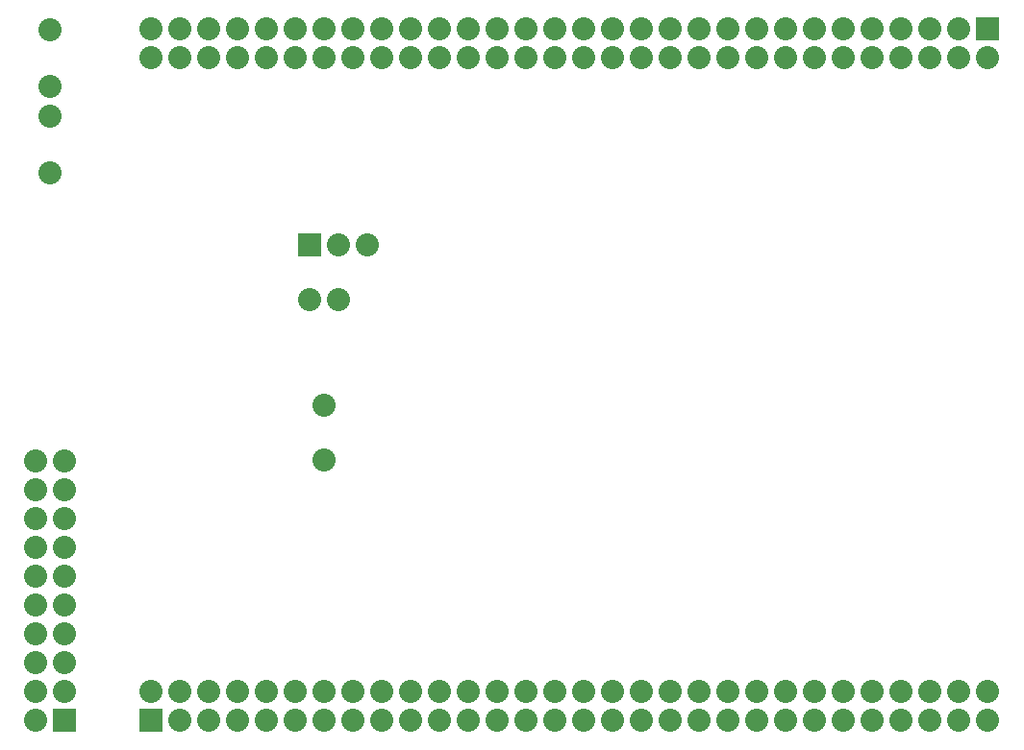
<source format=gbs>
G04 (created by PCBNEW-RS274X (2012-01-19 BZR 3256)-stable) date 08/08/2012 10:54:58*
G01*
G70*
G90*
%MOIN*%
G04 Gerber Fmt 3.4, Leading zero omitted, Abs format*
%FSLAX34Y34*%
G04 APERTURE LIST*
%ADD10C,0.006000*%
%ADD11C,0.080000*%
%ADD12R,0.080000X0.080000*%
G04 APERTURE END LIST*
G54D10*
G54D11*
X61500Y-58500D03*
X62500Y-57500D03*
G54D12*
X62500Y-58500D03*
G54D11*
X61500Y-57500D03*
X62500Y-56500D03*
X61500Y-56500D03*
X62500Y-55500D03*
X61500Y-55500D03*
X62500Y-54500D03*
X61500Y-54500D03*
X62500Y-53500D03*
X61500Y-53500D03*
X62500Y-52500D03*
X61500Y-52500D03*
X62500Y-51500D03*
X61500Y-51500D03*
X62500Y-50500D03*
X61500Y-50500D03*
X62500Y-49500D03*
X61500Y-49500D03*
X71500Y-47539D03*
X71500Y-49461D03*
X71000Y-43900D03*
X72000Y-43900D03*
X62000Y-39484D03*
X62000Y-37516D03*
X62000Y-36484D03*
X62000Y-34516D03*
G54D12*
X94500Y-34500D03*
G54D11*
X94500Y-35500D03*
X89500Y-34500D03*
X93500Y-35500D03*
X88500Y-34500D03*
X92500Y-35500D03*
X87500Y-34500D03*
X91500Y-35500D03*
X86500Y-34500D03*
X90500Y-35500D03*
X85500Y-34500D03*
X89500Y-35500D03*
X84500Y-34500D03*
X88500Y-35500D03*
X83500Y-34500D03*
X87500Y-35500D03*
X82500Y-34500D03*
X86500Y-35500D03*
X81500Y-34500D03*
X85500Y-35500D03*
X80500Y-34500D03*
X84500Y-35500D03*
X79500Y-34500D03*
X83500Y-35500D03*
X82500Y-35500D03*
X78500Y-34500D03*
X81500Y-35500D03*
X79500Y-35500D03*
X78500Y-35500D03*
X77500Y-35500D03*
X76500Y-35500D03*
X77500Y-34500D03*
X76500Y-34500D03*
X93500Y-34500D03*
X92500Y-34500D03*
X91500Y-34500D03*
X90500Y-34500D03*
X75500Y-34500D03*
X75500Y-35500D03*
X80500Y-35500D03*
X74500Y-34500D03*
X74500Y-35500D03*
X73500Y-34500D03*
X73500Y-35500D03*
X72500Y-34500D03*
X72500Y-35500D03*
X71500Y-34500D03*
X71500Y-35500D03*
X70500Y-34500D03*
X70500Y-35500D03*
X69500Y-34500D03*
X69500Y-35500D03*
X68500Y-34500D03*
X68500Y-35500D03*
X67500Y-34500D03*
X67500Y-35500D03*
X66500Y-34500D03*
X66500Y-35500D03*
X65500Y-34500D03*
X65500Y-35500D03*
G54D12*
X65500Y-58500D03*
G54D11*
X65500Y-57500D03*
X70500Y-58500D03*
X66500Y-57500D03*
X71500Y-58500D03*
X67500Y-57500D03*
X72500Y-58500D03*
X68500Y-57500D03*
X73500Y-58500D03*
X69500Y-57500D03*
X74500Y-58500D03*
X70500Y-57500D03*
X75500Y-58500D03*
X71500Y-57500D03*
X76500Y-58500D03*
X72500Y-57500D03*
X77500Y-58500D03*
X73500Y-57500D03*
X78500Y-58500D03*
X74500Y-57500D03*
X79500Y-58500D03*
X75500Y-57500D03*
X80500Y-58500D03*
X76500Y-57500D03*
X77500Y-57500D03*
X81500Y-58500D03*
X78500Y-57500D03*
X80500Y-57500D03*
X81500Y-57500D03*
X82500Y-57500D03*
X83500Y-57500D03*
X82500Y-58500D03*
X83500Y-58500D03*
X66500Y-58500D03*
X67500Y-58500D03*
X68500Y-58500D03*
X69500Y-58500D03*
X84500Y-58500D03*
X84500Y-57500D03*
X79500Y-57500D03*
X85500Y-58500D03*
X85500Y-57500D03*
X86500Y-58500D03*
X86500Y-57500D03*
X87500Y-58500D03*
X87500Y-57500D03*
X88500Y-58500D03*
X88500Y-57500D03*
X89500Y-58500D03*
X89500Y-57500D03*
X90500Y-58500D03*
X90500Y-57500D03*
X91500Y-58500D03*
X91500Y-57500D03*
X92500Y-58500D03*
X92500Y-57500D03*
X93500Y-58500D03*
X93500Y-57500D03*
X94500Y-58500D03*
X94500Y-57500D03*
G54D12*
X71000Y-42000D03*
G54D11*
X72000Y-42000D03*
X73000Y-42000D03*
M02*

</source>
